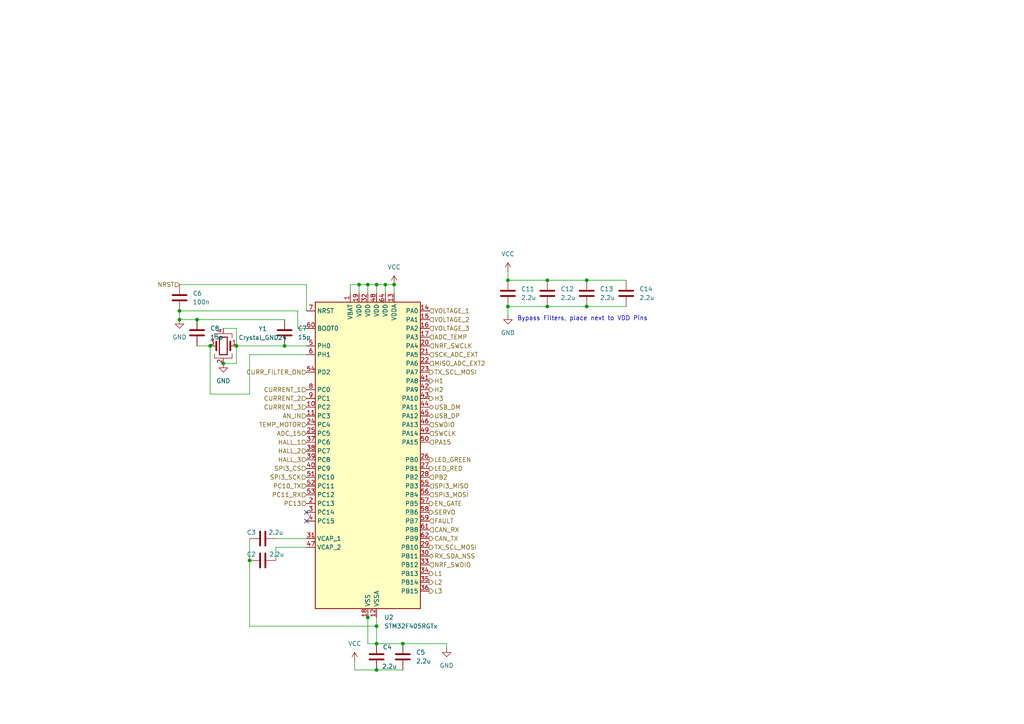
<source format=kicad_sch>
(kicad_sch (version 20231120) (generator "eeschema") (generator_version "8.0")
  (paper "A4")
  (lib_symbols
    (symbol "Device:C" (pin_numbers hide) (pin_names (offset 0.254))
      (property "Reference" "C" (at 0.635 2.54 0))
      (property "Value" "C" (at 0.635 -2.54 0))
      (symbol "C_0_1"
        (polyline (pts (xy -2.032 -0.762) (xy 2.032 -0.762)) (stroke (width 0.508)))
        (polyline (pts (xy -2.032 0.762) (xy 2.032 0.762)) (stroke (width 0.508)))
      )
      (symbol "C_1_1"
        (pin passive line (at 0 3.81 270) (length 2.794) (name "~") (number "1"))
        (pin passive line (at 0 -3.81 90) (length 2.794) (name "~") (number "2"))
      )
    )
    (symbol "Device:Crystal_GND24" (pin_names (offset 1.016) hide)
      (property "Reference" "Y" (at 3.175 5.08 0))
      (property "Value" "Crystal_GND24" (at 3.175 3.175 0))
      (symbol "Crystal_GND24_0_1"
        (rectangle (start -1.143 2.54) (end 1.143 -2.54) (stroke (width 0.3048)))
        (polyline (pts (xy -2.54 0) (xy -2.032 0)))
        (polyline (pts (xy -2.032 -1.27) (xy -2.032 1.27)) (stroke (width 0.508)))
        (polyline (pts (xy 0 -3.81) (xy 0 -3.556)))
        (polyline (pts (xy 0 3.556) (xy 0 3.81)))
        (polyline (pts (xy 2.032 -1.27) (xy 2.032 1.27)) (stroke (width 0.508)))
        (polyline (pts (xy 2.032 0) (xy 2.54 0)))
        (polyline (pts (xy -2.54 -2.286) (xy -2.54 -3.556) (xy 2.54 -3.556) (xy 2.54 -2.286)))
        (polyline (pts (xy -2.54 2.286) (xy -2.54 3.556) (xy 2.54 3.556) (xy 2.54 2.286)))
      )
      (symbol "Crystal_GND24_1_1"
        (pin passive line (at -3.81 0 0) (length 1.27) (name "1") (number "1"))
        (pin passive line (at 0 5.08 270) (length 1.27) (name "2") (number "2"))
        (pin passive line (at 3.81 0 180) (length 1.27) (name "3") (number "3"))
        (pin passive line (at 0 -5.08 90) (length 1.27) (name "4") (number "4"))
      )
    )
    (symbol "MCU_ST_STM32F4:STM32F405RGTx"
      (property "Reference" "U" (at -15.24 46.99 0))
      (property "Value" "STM32F405RGTx" (at 10.16 46.99 0))
      (symbol "STM32F405RGTx_0_1"
        (rectangle (start -15.24 -43.18) (end 15.24 45.72) (stroke (width 0.254)) (fill (type background)))
      )
      (symbol "STM32F405RGTx_1_1"
        (pin power_in line (at -5.08 48.26 270) (length 2.54) (name "VBAT") (number "1"))
        (pin bidirectional line (at -17.78 15.24 0) (length 2.54) (name "PC2") (number "10"))
        (pin bidirectional line (at -17.78 12.7 0) (length 2.54) (name "PC3") (number "11"))
        (pin power_in line (at 2.54 -45.72 90) (length 2.54) (name "VSSA") (number "12"))
        (pin power_in line (at 7.62 48.26 270) (length 2.54) (name "VDDA") (number "13"))
        (pin bidirectional line (at 17.78 43.18 180) (length 2.54) (name "PA0") (number "14"))
        (pin bidirectional line (at 17.78 40.64 180) (length 2.54) (name "PA1") (number "15"))
        (pin bidirectional line (at 17.78 38.1 180) (length 2.54) (name "PA2") (number "16"))
        (pin bidirectional line (at 17.78 35.56 180) (length 2.54) (name "PA3") (number "17"))
        (pin power_in line (at 0 -45.72 90) (length 2.54) (name "VSS") (number "18"))
        (pin power_in line (at -2.54 48.26 270) (length 2.54) (name "VDD") (number "19"))
        (pin bidirectional line (at -17.78 -12.7 0) (length 2.54) (name "PC13") (number "2"))
        (pin bidirectional line (at 17.78 33.02 180) (length 2.54) (name "PA4") (number "20"))
        (pin bidirectional line (at 17.78 30.48 180) (length 2.54) (name "PA5") (number "21"))
        (pin bidirectional line (at 17.78 27.94 180) (length 2.54) (name "PA6") (number "22"))
        (pin bidirectional line (at 17.78 25.4 180) (length 2.54) (name "PA7") (number "23"))
        (pin bidirectional line (at -17.78 10.16 0) (length 2.54) (name "PC4") (number "24"))
        (pin bidirectional line (at -17.78 7.62 0) (length 2.54) (name "PC5") (number "25"))
        (pin bidirectional line (at 17.78 0 180) (length 2.54) (name "PB0") (number "26"))
        (pin bidirectional line (at 17.78 -2.54 180) (length 2.54) (name "PB1") (number "27"))
        (pin bidirectional line (at 17.78 -5.08 180) (length 2.54) (name "PB2") (number "28"))
        (pin bidirectional line (at 17.78 -25.4 180) (length 2.54) (name "PB10") (number "29"))
        (pin bidirectional line (at -17.78 -15.24 0) (length 2.54) (name "PC14") (number "3"))
        (pin bidirectional line (at 17.78 -27.94 180) (length 2.54) (name "PB11") (number "30"))
        (pin power_out line (at -17.78 -22.86 0) (length 2.54) (name "VCAP_1") (number "31"))
        (pin power_in line (at 0 48.26 270) (length 2.54) (name "VDD") (number "32"))
        (pin bidirectional line (at 17.78 -30.48 180) (length 2.54) (name "PB12") (number "33"))
        (pin bidirectional line (at 17.78 -33.02 180) (length 2.54) (name "PB13") (number "34"))
        (pin bidirectional line (at 17.78 -35.56 180) (length 2.54) (name "PB14") (number "35"))
        (pin bidirectional line (at 17.78 -38.1 180) (length 2.54) (name "PB15") (number "36"))
        (pin bidirectional line (at -17.78 5.08 0) (length 2.54) (name "PC6") (number "37"))
        (pin bidirectional line (at -17.78 2.54 0) (length 2.54) (name "PC7") (number "38"))
        (pin bidirectional line (at -17.78 0 0) (length 2.54) (name "PC8") (number "39"))
        (pin bidirectional line (at -17.78 -17.78 0) (length 2.54) (name "PC15") (number "4"))
        (pin bidirectional line (at -17.78 -2.54 0) (length 2.54) (name "PC9") (number "40"))
        (pin bidirectional line (at 17.78 22.86 180) (length 2.54) (name "PA8") (number "41"))
        (pin bidirectional line (at 17.78 20.32 180) (length 2.54) (name "PA9") (number "42"))
        (pin bidirectional line (at 17.78 17.78 180) (length 2.54) (name "PA10") (number "43"))
        (pin bidirectional line (at 17.78 15.24 180) (length 2.54) (name "PA11") (number "44"))
        (pin bidirectional line (at 17.78 12.7 180) (length 2.54) (name "PA12") (number "45"))
        (pin bidirectional line (at 17.78 10.16 180) (length 2.54) (name "PA13") (number "46"))
        (pin power_out line (at -17.78 -25.4 0) (length 2.54) (name "VCAP_2") (number "47"))
        (pin power_in line (at 2.54 48.26 270) (length 2.54) (name "VDD") (number "48"))
        (pin bidirectional line (at 17.78 7.62 180) (length 2.54) (name "PA14") (number "49"))
        (pin bidirectional line (at -17.78 33.02 0) (length 2.54) (name "PH0") (number "5"))
        (pin bidirectional line (at 17.78 5.08 180) (length 2.54) (name "PA15") (number "50"))
        (pin bidirectional line (at -17.78 -5.08 0) (length 2.54) (name "PC10") (number "51"))
        (pin bidirectional line (at -17.78 -7.62 0) (length 2.54) (name "PC11") (number "52"))
        (pin bidirectional line (at -17.78 -10.16 0) (length 2.54) (name "PC12") (number "53"))
        (pin bidirectional line (at -17.78 25.4 0) (length 2.54) (name "PD2") (number "54"))
        (pin bidirectional line (at 17.78 -7.62 180) (length 2.54) (name "PB3") (number "55"))
        (pin bidirectional line (at 17.78 -10.16 180) (length 2.54) (name "PB4") (number "56"))
        (pin bidirectional line (at 17.78 -12.7 180) (length 2.54) (name "PB5") (number "57"))
        (pin bidirectional line (at 17.78 -15.24 180) (length 2.54) (name "PB6") (number "58"))
        (pin bidirectional line (at 17.78 -17.78 180) (length 2.54) (name "PB7") (number "59"))
        (pin bidirectional line (at -17.78 30.48 0) (length 2.54) (name "PH1") (number "6"))
        (pin input line (at -17.78 38.1 0) (length 2.54) (name "BOOT0") (number "60"))
        (pin bidirectional line (at 17.78 -20.32 180) (length 2.54) (name "PB8") (number "61"))
        (pin bidirectional line (at 17.78 -22.86 180) (length 2.54) (name "PB9") (number "62"))
        (pin passive line (at 0 -45.72 90) (length 2.54) hide (name "VSS") (number "63"))
        (pin power_in line (at 5.08 48.26 270) (length 2.54) (name "VDD") (number "64"))
        (pin input line (at -17.78 43.18 0) (length 2.54) (name "NRST") (number "7"))
        (pin bidirectional line (at -17.78 20.32 0) (length 2.54) (name "PC0") (number "8"))
        (pin bidirectional line (at -17.78 17.78 0) (length 2.54) (name "PC1") (number "9"))
      )
    )
    (symbol "power:GND" (power) (pin_numbers hide) (pin_names (offset 0) hide)
      (property "Value" "GND" (at 0 -3.81 0))
      (symbol "GND_0_1"
        (polyline (pts (xy 0 0) (xy 0 -1.27) (xy 1.27 -1.27) (xy 0 -2.54) (xy -1.27 -1.27) (xy 0 -1.27)))
      )
      (symbol "GND_1_1"
        (pin power_in line (at 0 0 270) (length 0) (name "~") (number "1"))
      )
    )
    (symbol "power:VCC" (power) (pin_numbers hide) (pin_names (offset 0) hide)
      (property "Value" "VCC" (at 0 3.556 0))
      (symbol "VCC_0_1"
        (polyline (pts (xy -0.762 1.27) (xy 0 2.54)))
        (polyline (pts (xy 0 0) (xy 0 2.54)))
        (polyline (pts (xy 0 2.54) (xy 0.762 1.27)))
      )
      (symbol "VCC_1_1"
        (pin power_in line (at 0 0 90) (length 0) (name "~") (number "1"))
      )
    )
  )
  (junction (at 158.75 88.9))
  (junction (at 52.07 90.17))
  (junction (at 109.22 194.31))
  (junction (at 60.96 100.33))
  (junction (at 170.18 81.28))
  (junction (at 109.22 181.61))
  (junction (at 106.68 179.07))
  (junction (at 158.75 81.28))
  (junction (at 116.84 186.69))
  (junction (at 147.32 88.9))
  (junction (at 170.18 88.9))
  (junction (at 114.3 82.55))
  (junction (at 72.39 162.56))
  (junction (at 111.76 82.55))
  (junction (at 64.77 105.41))
  (junction (at 109.22 82.55))
  (junction (at 147.32 81.28))
  (junction (at 109.22 186.69))
  (junction (at 68.58 100.33))
  (junction (at 52.07 92.71))
  (junction (at 57.15 92.71))
  (junction (at 106.68 82.55))
  (junction (at 104.14 82.55))
  (junction (at 82.55 100.33))
  (no_connect (at 88.9 148.59))
  (no_connect (at 88.9 151.13))
  (wire (pts (xy 60.96 114.3) (xy 72.39 114.3)))
  (wire (pts (xy 109.22 194.31) (xy 116.84 194.31)))
  (wire (pts (xy 104.14 82.55) (xy 101.6 82.55)))
  (wire (pts (xy 106.68 179.07) (xy 106.68 186.69)))
  (wire (pts (xy 147.32 78.74) (xy 147.32 81.28)))
  (wire (pts (xy 170.18 88.9) (xy 158.75 88.9)))
  (wire (pts (xy 80.01 158.75) (xy 80.01 162.56)))
  (wire (pts (xy 106.68 177.8) (xy 106.68 179.07)))
  (wire (pts (xy 147.32 81.28) (xy 158.75 81.28)))
  (wire (pts (xy 52.07 90.17) (xy 86.36 90.17)))
  (wire (pts (xy 109.22 186.69) (xy 116.84 186.69)))
  (wire (pts (xy 106.68 82.55) (xy 106.68 85.09)))
  (wire (pts (xy 64.77 95.25) (xy 68.58 95.25)))
  (wire (pts (xy 147.32 88.9) (xy 147.32 91.44)))
  (wire (pts (xy 129.54 186.69) (xy 129.54 187.96)))
  (wire (pts (xy 102.87 191.77) (xy 102.87 194.31)))
  (wire (pts (xy 52.07 92.71) (xy 57.15 92.71)))
  (wire (pts (xy 82.55 100.33) (xy 68.58 100.33)))
  (wire (pts (xy 114.3 82.55) (xy 114.3 85.09)))
  (wire (pts (xy 80.01 156.21) (xy 88.9 156.21)))
  (wire (pts (xy 60.96 114.3) (xy 60.96 100.33)))
  (wire (pts (xy 88.9 100.33) (xy 82.55 100.33)))
  (wire (pts (xy 52.07 82.55) (xy 88.9 82.55)))
  (wire (pts (xy 86.36 90.17) (xy 86.36 95.25)))
  (wire (pts (xy 109.22 181.61) (xy 109.22 179.07)))
  (wire (pts (xy 181.61 88.9) (xy 170.18 88.9)))
  (wire (pts (xy 57.15 100.33) (xy 60.96 100.33)))
  (wire (pts (xy 88.9 82.55) (xy 88.9 90.17)))
  (wire (pts (xy 86.36 95.25) (xy 88.9 95.25)))
  (wire (pts (xy 109.22 186.69) (xy 109.22 181.61)))
  (wire (pts (xy 72.39 181.61) (xy 109.22 181.61)))
  (wire (pts (xy 101.6 82.55) (xy 101.6 85.09)))
  (wire (pts (xy 72.39 162.56) (xy 72.39 181.61)))
  (wire (pts (xy 72.39 156.21) (xy 72.39 162.56)))
  (wire (pts (xy 102.87 194.31) (xy 109.22 194.31)))
  (wire (pts (xy 106.68 186.69) (xy 109.22 186.69)))
  (wire (pts (xy 64.77 105.41) (xy 68.58 105.41)))
  (wire (pts (xy 52.07 90.17) (xy 52.07 92.71)))
  (wire (pts (xy 116.84 186.69) (xy 129.54 186.69)))
  (wire (pts (xy 109.22 82.55) (xy 109.22 85.09)))
  (wire (pts (xy 114.3 82.55) (xy 111.76 82.55)))
  (wire (pts (xy 170.18 81.28) (xy 181.61 81.28)))
  (wire (pts (xy 109.22 82.55) (xy 106.68 82.55)))
  (wire (pts (xy 106.68 82.55) (xy 104.14 82.55)))
  (wire (pts (xy 158.75 88.9) (xy 147.32 88.9)))
  (wire (pts (xy 158.75 81.28) (xy 170.18 81.28)))
  (wire (pts (xy 68.58 95.25) (xy 68.58 100.33)))
  (wire (pts (xy 57.15 92.71) (xy 82.55 92.71)))
  (wire (pts (xy 104.14 82.55) (xy 104.14 85.09)))
  (wire (pts (xy 111.76 82.55) (xy 111.76 85.09)))
  (wire (pts (xy 111.76 82.55) (xy 109.22 82.55)))
  (wire (pts (xy 88.9 158.75) (xy 80.01 158.75)))
  (wire (pts (xy 68.58 100.33) (xy 68.58 105.41)))
  (wire (pts (xy 72.39 102.87) (xy 88.9 102.87)))
  (wire (pts (xy 72.39 102.87) (xy 72.39 114.3)))
  (text "Bypass Filters, place next to VDD Pins\n" (at 168.91 92.456 0) (effects (font (size 1.27 1.27))))
  (hierarchical_label "PB2" (shape input) (at 124.46 138.43 0))
  (hierarchical_label "NRF_SWCLK" (shape input) (at 124.46 100.33 0))
  (hierarchical_label "USB_DM" (shape bidirectional) (at 124.46 118.11 0))
  (hierarchical_label "HALL_3" (shape input) (at 88.9 133.35 180))
  (hierarchical_label "SWCLK" (shape input) (at 124.46 125.73 0))
  (hierarchical_label "SERVO" (shape output) (at 124.46 148.59 0))
  (hierarchical_label "TX_SCL_MOSI" (shape output) (at 124.46 107.95 0))
  (hierarchical_label "H2" (shape output) (at 124.46 113.03 0))
  (hierarchical_label "H1" (shape output) (at 124.46 110.49 0))
  (hierarchical_label "ADC_TEMP" (shape input) (at 124.46 97.79 0))
  (hierarchical_label "SPI3_MOSI" (shape input) (at 124.46 143.51 0))
  (hierarchical_label "CURRENT_3" (shape input) (at 88.9 118.11 180))
  (hierarchical_label "CAN_RX" (shape input) (at 124.46 153.67 0))
  (hierarchical_label "CURRENT_2" (shape input) (at 88.9 115.57 180))
  (hierarchical_label "MISO_ADC_EXT2" (shape input) (at 124.46 105.41 0))
  (hierarchical_label "TX_SCL_MOSI" (shape output) (at 124.46 158.75 0))
  (hierarchical_label "L3" (shape output) (at 124.46 171.45 0))
  (hierarchical_label "H3" (shape output) (at 124.46 115.57 0))
  (hierarchical_label "PA15" (shape input) (at 124.46 128.27 0))
  (hierarchical_label "FAULT" (shape input) (at 124.46 151.13 0))
  (hierarchical_label "L2" (shape output) (at 124.46 168.91 0))
  (hierarchical_label "L1" (shape output) (at 124.46 166.37 0))
  (hierarchical_label "NRST" (shape input) (at 52.07 82.55 180))
  (hierarchical_label "PC10_TX" (shape input) (at 88.9 140.97 180))
  (hierarchical_label "ADC_15" (shape input) (at 88.9 125.73 180))
  (hierarchical_label "SCK_ADC_EXT" (shape input) (at 124.46 102.87 0))
  (hierarchical_label "LED_GREEN" (shape output) (at 124.46 133.35 0))
  (hierarchical_label "CAN_TX" (shape output) (at 124.46 156.21 0))
  (hierarchical_label "PC11_RX" (shape input) (at 88.9 143.51 180))
  (hierarchical_label "SPI3_MISO" (shape input) (at 124.46 140.97 0))
  (hierarchical_label "SPI3_CS" (shape input) (at 88.9 135.89 180))
  (hierarchical_label "VOLTAGE_1" (shape input) (at 124.46 90.17 0))
  (hierarchical_label "VOLTAGE_3" (shape input) (at 124.46 95.25 0))
  (hierarchical_label "LED_RED" (shape output) (at 124.46 135.89 0))
  (hierarchical_label "NRF_SWDIO" (shape input) (at 124.46 163.83 0))
  (hierarchical_label "EN_GATE" (shape output) (at 124.46 146.05 0))
  (hierarchical_label "CURR_FILTER_ON" (shape input) (at 88.9 107.95 180))
  (hierarchical_label "VOLTAGE_2" (shape input) (at 124.46 92.71 0))
  (hierarchical_label "HALL_2" (shape input) (at 88.9 130.81 180))
  (hierarchical_label "SPI3_SCK" (shape input) (at 88.9 138.43 180))
  (hierarchical_label "TEMP_MOTOR" (shape input) (at 88.9 123.19 180))
  (hierarchical_label "SWDIO" (shape input) (at 124.46 123.19 0))
  (hierarchical_label "HALL_1" (shape input) (at 88.9 128.27 180))
  (hierarchical_label "USB_DP" (shape bidirectional) (at 124.46 120.65 0))
  (hierarchical_label "RX_SDA_NSS" (shape bidirectional) (at 124.46 161.29 0))
  (hierarchical_label "CURRENT_1" (shape input) (at 88.9 113.03 180))
  (hierarchical_label "AN_IN" (shape input) (at 88.9 120.65 180))
  (hierarchical_label "PC13" (shape input) (at 88.9 146.05 180))
  (symbol (lib_id "power:VCC") (at 147.32 78.74 0) (unit 1)
    (property "Reference" "#PWR012" (effects (hide yes)))
    (property "Value" "VCC" (at 147.32 73.66 0))
    (property "Description" "Power symbol creates a global label with name \"VCC\"" (effects (hide yes)))
  )
  (symbol (lib_id "power:GND") (at 147.32 91.44 0) (unit 1)
    (property "Reference" "#PWR013" (effects (hide yes)))
    (property "Value" "GND" (at 147.32 96.52 0))
    (property "Description" "Power symbol creates a global label with name \"GND\" , ground" (effects (hide yes)))
  )
  (symbol (lib_id "Device:C") (at 170.18 85.09 0) (unit 1)
    (property "Reference" "C13" (at 173.99 83.8199 0) (effects (justify left)))
    (property "Value" "2.2u" (at 173.99 86.3599 0) (effects (justify left)))
    (property "Description" "Unpolarized capacitor" (effects (hide yes)))
  )
  (symbol (lib_id "power:VCC") (at 102.87 191.77 0) (unit 1)
    (property "Reference" "#PWR05" (effects (hide yes)))
    (property "Value" "VCC" (at 102.87 186.69 0))
    (property "Description" "Power symbol creates a global label with name \"VCC\"" (effects (hide yes)))
  )
  (symbol (lib_id "Device:C") (at 52.07 86.36 0) (unit 1)
    (property "Reference" "C6" (at 55.88 85.0899 0) (effects (justify left)))
    (property "Value" "100n" (at 55.88 87.6299 0) (effects (justify left)))
    (property "Description" "Unpolarized capacitor" (effects (hide yes)))
  )
  (symbol (lib_id "Device:C") (at 181.61 85.09 0) (unit 1)
    (property "Reference" "C14" (at 185.42 83.8199 0) (effects (justify left)))
    (property "Value" "2.2u" (at 185.42 86.3599 0) (effects (justify left)))
    (property "Description" "Unpolarized capacitor" (effects (hide yes)))
  )
  (symbol (lib_id "Device:C") (at 158.75 85.09 0) (unit 1)
    (property "Reference" "C12" (at 162.56 83.8199 0) (effects (justify left)))
    (property "Value" "2.2u" (at 162.56 86.3599 0) (effects (justify left)))
    (property "Description" "Unpolarized capacitor" (effects (hide yes)))
  )
  (symbol (lib_id "Device:C") (at 76.2 162.56 90) (unit 1)
    (property "Reference" "C2" (at 72.898 160.782 90))
    (property "Value" "2.2u" (at 80.264 160.782 90))
    (property "Description" "Unpolarized capacitor" (effects (hide yes)))
  )
  (symbol (lib_id "Device:C") (at 57.15 96.52 0) (unit 1)
    (property "Reference" "C8" (at 60.96 95.2499 0) (effects (justify left)))
    (property "Value" "15p" (at 60.96 97.7899 0) (effects (justify left)))
    (property "Description" "Unpolarized capacitor" (effects (hide yes)))
  )
  (symbol (lib_id "Device:C") (at 109.22 190.5 180) (unit 1)
    (property "Reference" "C4" (at 110.998 187.706 0) (effects (justify right)))
    (property "Value" "2.2u" (at 110.744 193.294 0) (effects (justify right)))
    (property "Description" "Unpolarized capacitor" (effects (hide yes)))
  )
  (symbol (lib_id "Device:C") (at 82.55 96.52 0) (unit 1)
    (property "Reference" "C7" (at 86.36 95.2499 0) (effects (justify left)))
    (property "Value" "15p" (at 86.36 97.7899 0) (effects (justify left)))
    (property "Description" "Unpolarized capacitor" (effects (hide yes)))
  )
  (symbol (lib_id "Device:C") (at 147.32 85.09 0) (unit 1)
    (property "Reference" "C11" (at 151.13 83.8199 0) (effects (justify left)))
    (property "Value" "2.2u" (at 151.13 86.3599 0) (effects (justify left)))
    (property "Description" "Unpolarized capacitor" (effects (hide yes)))
  )
  (symbol (lib_id "MCU_ST_STM32F4:STM32F405RGTx") (at 106.68 133.35 0) (unit 1)
    (property "Reference" "U2" (at 111.4141 179.07 0) (effects (justify left)))
    (property "Value" "STM32F405RGTx" (at 111.4141 181.61 0) (effects (justify left)))
    (property "Footprint" "Package_QFP:LQFP-64_10x10mm_P0.5mm" (effects (hide yes)))
    (property "Datasheet" "https://www.st.com/resource/en/datasheet/stm32f405rg.pdf" (effects (hide yes)))
    (property "Description" "STMicroelectronics Arm Cortex-M4 MCU, 1024KB flash, 192KB RAM, 168 MHz, 1.8-3.6V, 51 GPIO, LQFP64" (effects (hide yes)))
  )
  (symbol (lib_id "power:VCC") (at 114.3 82.55 0) (unit 1)
    (property "Reference" "#PWR06" (effects (hide yes)))
    (property "Value" "VCC" (at 114.3 77.47 0))
    (property "Description" "Power symbol creates a global label with name \"VCC\"" (effects (hide yes)))
  )
  (symbol (lib_id "power:GND") (at 129.54 187.96 0) (unit 1)
    (property "Reference" "#PWR04" (effects (hide yes)))
    (property "Value" "GND" (at 129.54 193.04 0))
    (property "Description" "Power symbol creates a global label with name \"GND\" , ground" (effects (hide yes)))
  )
  (symbol (lib_id "Device:C") (at 116.84 190.5 180) (unit 1)
    (property "Reference" "C5" (at 120.65 189.2299 0) (effects (justify right)))
    (property "Value" "2.2u" (at 120.65 191.7699 0) (effects (justify right)))
    (property "Description" "Unpolarized capacitor" (effects (hide yes)))
  )
  (symbol (lib_id "power:GND") (at 64.77 105.41 0) (unit 1)
    (property "Reference" "#PWR08" (effects (hide yes)))
    (property "Value" "GND" (at 64.77 110.49 0))
    (property "Description" "Power symbol creates a global label with name \"GND\" , ground" (effects (hide yes)))
  )
  (symbol (lib_id "power:GND") (at 52.07 92.71 0) (unit 1)
    (property "Reference" "#PWR07" (effects (hide yes)))
    (property "Value" "GND" (at 52.07 97.79 0))
    (property "Description" "Power symbol creates a global label with name \"GND\" , ground" (effects (hide yes)))
  )
  (symbol (lib_id "Device:C") (at 76.2 156.21 270) (unit 1)
    (property "Reference" "C3" (at 72.898 154.432 90))
    (property "Value" "2.2u" (at 80.01 154.432 90))
    (property "Description" "Unpolarized capacitor" (effects (hide yes)))
  )
  (symbol (lib_id "Device:Crystal_GND24") (at 64.77 100.33 180) (unit 1)
    (property "Reference" "Y1" (at 76.2 95.3768 0))
    (property "Value" "Crystal_GND24" (at 76.2 97.9168 0))
    (property "Description" "Four pin crystal, GND on pins 2 and 4" (effects (hide yes)))
  )
)
</source>
